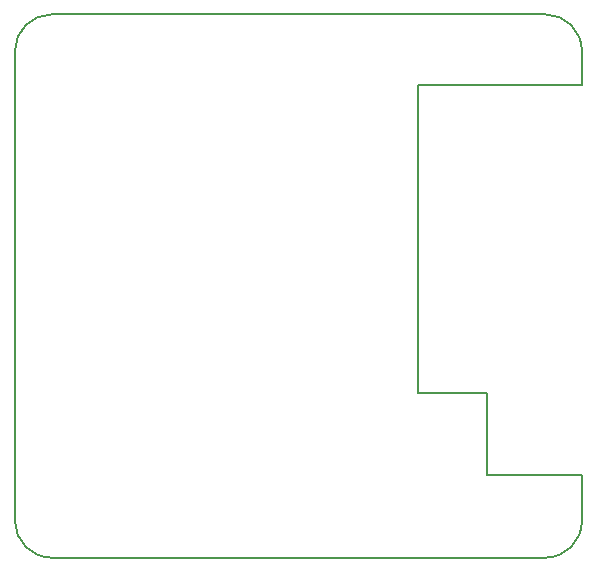
<source format=gbr>
G04 #@! TF.GenerationSoftware,KiCad,Pcbnew,6.0.5*
G04 #@! TF.CreationDate,2022-09-29T12:45:26+03:00*
G04 #@! TF.ProjectId,opi-hat,6f70692d-6861-4742-9e6b-696361645f70,rev?*
G04 #@! TF.SameCoordinates,Original*
G04 #@! TF.FileFunction,Profile,NP*
%FSLAX46Y46*%
G04 Gerber Fmt 4.6, Leading zero omitted, Abs format (unit mm)*
G04 Created by KiCad (PCBNEW 6.0.5) date 2022-09-29 12:45:26*
%MOMM*%
%LPD*%
G01*
G04 APERTURE LIST*
G04 #@! TA.AperFunction,Profile*
%ADD10C,0.127000*%
G04 #@! TD*
G04 APERTURE END LIST*
D10*
X126581299Y-51486900D02*
X84781300Y-51486900D01*
X129681299Y-57501509D02*
X129681299Y-54586900D01*
X81681300Y-54586900D02*
X81681300Y-94386900D01*
X129681299Y-57501509D02*
X115841253Y-57501509D01*
X115841253Y-57501509D02*
X115841253Y-83536509D01*
X115841253Y-83536509D02*
X121683253Y-83536509D01*
X121683253Y-90521509D02*
X129684253Y-90521509D01*
X129684253Y-90521509D02*
X129684253Y-94382309D01*
X84781300Y-97486899D02*
X126581299Y-97486899D01*
X121683253Y-83536509D02*
X121683253Y-90521509D01*
X126581299Y-97486894D02*
G75*
G03*
X129681298Y-94386900I4J3099995D01*
G01*
X81681300Y-94386900D02*
G75*
G03*
X84781300Y-97486900I3100000J0D01*
G01*
X84781300Y-51486900D02*
G75*
G03*
X81681300Y-54586900I0J-3100000D01*
G01*
X129681302Y-54586900D02*
G75*
G03*
X126581299Y-51486900I-3099999J1D01*
G01*
M02*

</source>
